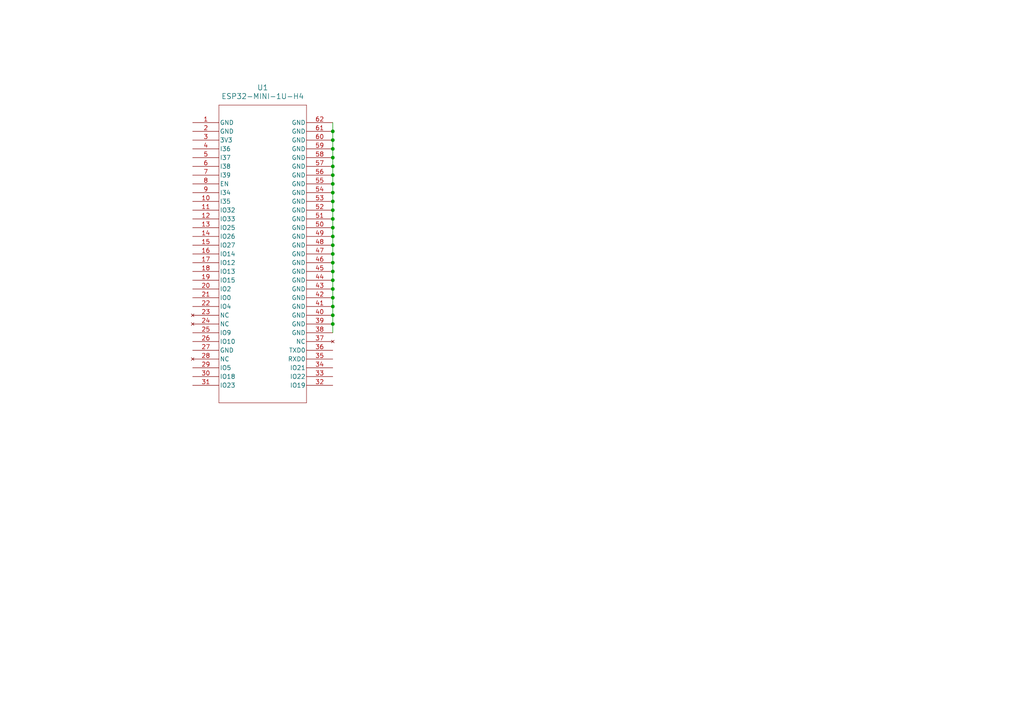
<source format=kicad_sch>
(kicad_sch (version 20230121) (generator eeschema)
  (paper "A4")
  (lib_symbols
    (symbol "ESP32_MINI_1U:ESP32-MINI-1U-H4" (pin_names (offset 0.254))
      (property "Reference" "U" (at 20.32 10.16 0))
      (property "Value" "ESP32-MINI-1U-H4" (at 20.32 7.62 0))
      (symbol "ESP32-MINI-1U-H4_0_1"
        (polyline (pts (xy 7.62 -81.28) (xy 33.02 -81.28)) (stroke (width 0.127)))
        (polyline (pts (xy 7.62 5.08) (xy 7.62 -81.28)) (stroke (width 0.127)))
        (polyline (pts (xy 33.02 -81.28) (xy 33.02 5.08)) (stroke (width 0.127)))
        (polyline (pts (xy 33.02 5.08) (xy 7.62 5.08)) (stroke (width 0.127)))
        (pin power_out line (at 0 0 0) (length 7.62) (name "GND") (number "1"))
        (pin input line (at 0 -22.86 0) (length 7.62) (name "I35") (number "10"))
        (pin bidirectional line (at 0 -25.4 0) (length 7.62) (name "IO32") (number "11"))
        (pin bidirectional line (at 0 -27.94 0) (length 7.62) (name "IO33") (number "12"))
        (pin bidirectional line (at 0 -30.48 0) (length 7.62) (name "IO25") (number "13"))
        (pin bidirectional line (at 0 -33.02 0) (length 7.62) (name "IO26") (number "14"))
        (pin bidirectional line (at 0 -35.56 0) (length 7.62) (name "IO27") (number "15"))
        (pin bidirectional line (at 0 -38.1 0) (length 7.62) (name "IO14") (number "16"))
        (pin bidirectional line (at 0 -40.64 0) (length 7.62) (name "IO12") (number "17"))
        (pin bidirectional line (at 0 -43.18 0) (length 7.62) (name "IO13") (number "18"))
        (pin bidirectional line (at 0 -45.72 0) (length 7.62) (name "IO15") (number "19"))
        (pin power_out line (at 0 -2.54 0) (length 7.62) (name "GND") (number "2"))
        (pin bidirectional line (at 0 -48.26 0) (length 7.62) (name "IO2") (number "20"))
        (pin bidirectional line (at 0 -50.8 0) (length 7.62) (name "IO0") (number "21"))
        (pin bidirectional line (at 0 -53.34 0) (length 7.62) (name "IO4") (number "22"))
        (pin no_connect line (at 0 -55.88 0) (length 7.62) (name "NC") (number "23"))
        (pin no_connect line (at 0 -58.42 0) (length 7.62) (name "NC") (number "24"))
        (pin bidirectional line (at 0 -60.96 0) (length 7.62) (name "IO9") (number "25"))
        (pin bidirectional line (at 0 -63.5 0) (length 7.62) (name "IO10") (number "26"))
        (pin power_out line (at 0 -66.04 0) (length 7.62) (name "GND") (number "27"))
        (pin no_connect line (at 0 -68.58 0) (length 7.62) (name "NC") (number "28"))
        (pin bidirectional line (at 0 -71.12 0) (length 7.62) (name "IO5") (number "29"))
        (pin power_in line (at 0 -5.08 0) (length 7.62) (name "3V3") (number "3"))
        (pin bidirectional line (at 0 -73.66 0) (length 7.62) (name "IO18") (number "30"))
        (pin bidirectional line (at 0 -76.2 0) (length 7.62) (name "IO23") (number "31"))
        (pin bidirectional line (at 40.64 -76.2 180) (length 7.62) (name "IO19") (number "32"))
        (pin bidirectional line (at 40.64 -73.66 180) (length 7.62) (name "IO22") (number "33"))
        (pin bidirectional line (at 40.64 -71.12 180) (length 7.62) (name "IO21") (number "34"))
        (pin bidirectional line (at 40.64 -68.58 180) (length 7.62) (name "RXD0") (number "35"))
        (pin bidirectional line (at 40.64 -66.04 180) (length 7.62) (name "TXD0") (number "36"))
        (pin no_connect line (at 40.64 -63.5 180) (length 7.62) (name "NC") (number "37"))
        (pin power_out line (at 40.64 -60.96 180) (length 7.62) (name "GND") (number "38"))
        (pin power_out line (at 40.64 -58.42 180) (length 7.62) (name "GND") (number "39"))
        (pin input line (at 0 -7.62 0) (length 7.62) (name "I36") (number "4"))
        (pin power_out line (at 40.64 -55.88 180) (length 7.62) (name "GND") (number "40"))
        (pin power_out line (at 40.64 -53.34 180) (length 7.62) (name "GND") (number "41"))
        (pin power_out line (at 40.64 -50.8 180) (length 7.62) (name "GND") (number "42"))
        (pin power_out line (at 40.64 -48.26 180) (length 7.62) (name "GND") (number "43"))
        (pin power_out line (at 40.64 -45.72 180) (length 7.62) (name "GND") (number "44"))
        (pin power_out line (at 40.64 -43.18 180) (length 7.62) (name "GND") (number "45"))
        (pin power_out line (at 40.64 -40.64 180) (length 7.62) (name "GND") (number "46"))
        (pin power_out line (at 40.64 -38.1 180) (length 7.62) (name "GND") (number "47"))
        (pin power_out line (at 40.64 -35.56 180) (length 7.62) (name "GND") (number "48"))
        (pin power_out line (at 40.64 -33.02 180) (length 7.62) (name "GND") (number "49"))
        (pin input line (at 0 -10.16 0) (length 7.62) (name "I37") (number "5"))
        (pin power_out line (at 40.64 -30.48 180) (length 7.62) (name "GND") (number "50"))
        (pin power_out line (at 40.64 -27.94 180) (length 7.62) (name "GND") (number "51"))
        (pin power_out line (at 40.64 -25.4 180) (length 7.62) (name "GND") (number "52"))
        (pin power_out line (at 40.64 -22.86 180) (length 7.62) (name "GND") (number "53"))
        (pin power_out line (at 40.64 -20.32 180) (length 7.62) (name "GND") (number "54"))
        (pin power_out line (at 40.64 -17.78 180) (length 7.62) (name "GND") (number "55"))
        (pin power_out line (at 40.64 -15.24 180) (length 7.62) (name "GND") (number "56"))
        (pin power_out line (at 40.64 -12.7 180) (length 7.62) (name "GND") (number "57"))
        (pin power_out line (at 40.64 -10.16 180) (length 7.62) (name "GND") (number "58"))
        (pin power_out line (at 40.64 -7.62 180) (length 7.62) (name "GND") (number "59"))
        (pin input line (at 0 -12.7 0) (length 7.62) (name "I38") (number "6"))
        (pin power_out line (at 40.64 -5.08 180) (length 7.62) (name "GND") (number "60"))
        (pin power_out line (at 40.64 -2.54 180) (length 7.62) (name "GND") (number "61"))
        (pin power_out line (at 40.64 0 180) (length 7.62) (name "GND") (number "62"))
        (pin input line (at 0 -15.24 0) (length 7.62) (name "I39") (number "7"))
        (pin input line (at 0 -17.78 0) (length 7.62) (name "EN") (number "8"))
        (pin input line (at 0 -20.32 0) (length 7.62) (name "I34") (number "9"))
      )
    )
  )
  (junction (at 96.52 86.36))
  (junction (at 96.52 71.12))
  (junction (at 96.52 53.34))
  (junction (at 96.52 48.26))
  (junction (at 96.52 40.64))
  (junction (at 96.52 45.72))
  (junction (at 96.52 66.04))
  (junction (at 96.52 38.1))
  (junction (at 96.52 81.28))
  (junction (at 96.52 93.98))
  (junction (at 96.52 58.42))
  (junction (at 96.52 73.66))
  (junction (at 96.52 43.18))
  (junction (at 96.52 60.96))
  (junction (at 96.52 50.8))
  (junction (at 96.52 78.74))
  (junction (at 96.52 91.44))
  (junction (at 96.52 83.82))
  (junction (at 96.52 76.2))
  (junction (at 96.52 68.58))
  (junction (at 96.52 55.88))
  (junction (at 96.52 63.5))
  (junction (at 96.52 88.9))
  (wire (pts (xy 96.52 40.64) (xy 96.52 43.18)))
  (wire (pts (xy 96.52 81.28) (xy 96.52 83.82)))
  (wire (pts (xy 96.52 78.74) (xy 96.52 81.28)))
  (wire (pts (xy 96.52 45.72) (xy 96.52 48.26)))
  (wire (pts (xy 96.52 60.96) (xy 96.52 63.5)))
  (wire (pts (xy 96.52 50.8) (xy 96.52 53.34)))
  (wire (pts (xy 96.52 58.42) (xy 96.52 60.96)))
  (wire (pts (xy 96.52 68.58) (xy 96.52 71.12)))
  (wire (pts (xy 96.52 71.12) (xy 96.52 73.66)))
  (wire (pts (xy 96.52 83.82) (xy 96.52 86.36)))
  (wire (pts (xy 96.52 93.98) (xy 96.52 96.52)))
  (wire (pts (xy 96.52 38.1) (xy 96.52 40.64)))
  (wire (pts (xy 96.52 91.44) (xy 96.52 93.98)))
  (wire (pts (xy 96.52 88.9) (xy 96.52 91.44)))
  (wire (pts (xy 96.52 48.26) (xy 96.52 50.8)))
  (wire (pts (xy 96.52 76.2) (xy 96.52 78.74)))
  (wire (pts (xy 96.52 66.04) (xy 96.52 68.58)))
  (wire (pts (xy 96.52 86.36) (xy 96.52 88.9)))
  (wire (pts (xy 96.52 53.34) (xy 96.52 55.88)))
  (wire (pts (xy 96.52 35.56) (xy 96.52 38.1)))
  (wire (pts (xy 96.52 73.66) (xy 96.52 76.2)))
  (wire (pts (xy 96.52 55.88) (xy 96.52 58.42)))
  (wire (pts (xy 96.52 43.18) (xy 96.52 45.72)))
  (wire (pts (xy 96.52 63.5) (xy 96.52 66.04)))
  (symbol (lib_id "ESP32_MINI_1U:ESP32-MINI-1U-H4") (at 55.88 35.56 0) (unit 1)
    (property "Reference" "U1" (at 76.2 25.4 0) (effects (font (size 1.524 1.524))))
    (property "Value" "ESP32-MINI-1U-H4" (at 76.2 27.94 0) (effects (font (size 1.524 1.524))))
    (property "Footprint" "ESP32-MINI-1U_EXP" (effects hide))
    (property "Datasheet" "ESP32-MINI-1U-H4" (effects hide))
  )
)
</source>
